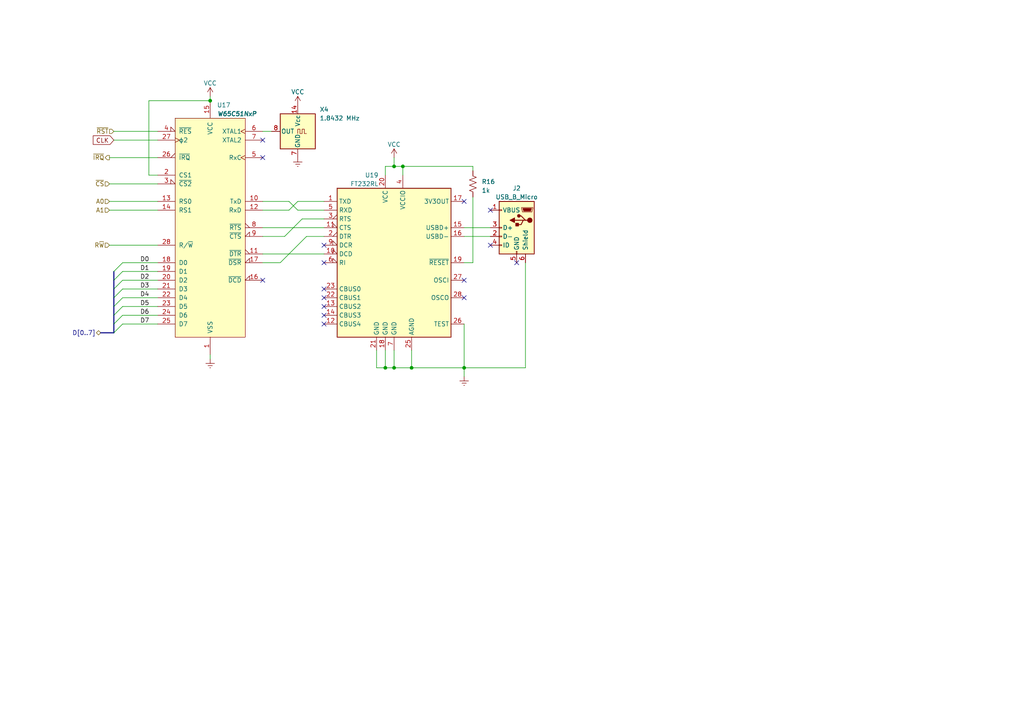
<source format=kicad_sch>
(kicad_sch (version 20230121) (generator eeschema)
  (paper "A4")
  (lib_symbols
    (symbol "65xx:W65C51NxP" (pin_names (offset 1.016))
      (property "Reference" "U" (at -10.16 33.02 0))
      (property "Value" "W65C51NxP" (at 0 0 90))
      (symbol "W65C51NxP_0_1"
        (rectangle (start -10.16 31.75) (end 10.16 -31.75) (fill (type background)))
      )
      (symbol "W65C51NxP_1_1"
        (pin power_in line (at 0 -36.83 90) (length 5.08) (name "VSS") (number "1"))
        (pin output line (at 15.24 7.62 180) (length 5.08) (name "TxD") (number "10"))
        (pin output output_low (at 15.24 -7.62 180) (length 5.08) (name "~{DTR}") (number "11"))
        (pin input line (at 15.24 5.08 180) (length 5.08) (name "RxD") (number "12"))
        (pin input line (at -15.24 7.62 0) (length 5.08) (name "RS0") (number "13"))
        (pin input line (at -15.24 5.08 0) (length 5.08) (name "RS1") (number "14"))
        (pin power_in line (at 0 36.83 270) (length 5.08) (name "VCC") (number "15"))
        (pin input input_low (at 15.24 -15.24 180) (length 5.08) (name "~{DCD}") (number "16"))
        (pin input input_low (at 15.24 -10.16 180) (length 5.08) (name "~{DSR}") (number "17"))
        (pin bidirectional line (at -15.24 -10.16 0) (length 5.08) (name "D0") (number "18"))
        (pin bidirectional line (at -15.24 -12.7 0) (length 5.08) (name "D1") (number "19"))
        (pin input line (at -15.24 15.24 0) (length 5.08) (name "CS1") (number "2"))
        (pin bidirectional line (at -15.24 -15.24 0) (length 5.08) (name "D2") (number "20"))
        (pin bidirectional line (at -15.24 -17.78 0) (length 5.08) (name "D3") (number "21"))
        (pin bidirectional line (at -15.24 -20.32 0) (length 5.08) (name "D4") (number "22"))
        (pin bidirectional line (at -15.24 -22.86 0) (length 5.08) (name "D5") (number "23"))
        (pin bidirectional line (at -15.24 -25.4 0) (length 5.08) (name "D6") (number "24"))
        (pin bidirectional line (at -15.24 -27.94 0) (length 5.08) (name "D7") (number "25"))
        (pin open_collector output_low (at -15.24 20.32 0) (length 5.08) (name "~{IRQ}") (number "26"))
        (pin input clock (at -15.24 25.4 0) (length 5.08) (name "ϕ2") (number "27"))
        (pin input line (at -15.24 -5.08 0) (length 5.08) (name "R/~{W}") (number "28"))
        (pin input input_low (at -15.24 12.7 0) (length 5.08) (name "~{CS2}") (number "3"))
        (pin input input_low (at -15.24 27.94 0) (length 5.08) (name "~{RES}") (number "4"))
        (pin bidirectional clock (at 15.24 20.32 180) (length 5.08) (name "RxC") (number "5"))
        (pin input clock (at 15.24 27.94 180) (length 5.08) (name "XTAL1") (number "6"))
        (pin output line (at 15.24 25.4 180) (length 5.08) (name "XTAL2") (number "7"))
        (pin output output_low (at 15.24 0 180) (length 5.08) (name "~{RTS}") (number "8"))
        (pin input input_low (at 15.24 -2.54 180) (length 5.08) (name "~{CTS}") (number "9"))
      )
    )
    (symbol "Connector:USB_B_Micro" (pin_names (offset 1.016))
      (property "Reference" "J" (at -5.08 11.43 0))
      (property "Value" "USB_B_Micro" (at -5.08 8.89 0))
      (symbol "USB_B_Micro_0_1"
        (rectangle (start -5.08 -7.62) (end 5.08 7.62) (stroke (width 0.254)) (fill (type background)))
        (circle (center -3.81 2.159) (radius 0.635) (stroke (width 0.254)) (fill (type outline)))
        (circle (center -0.635 3.429) (radius 0.381) (stroke (width 0.254)) (fill (type outline)))
        (rectangle (start -0.127 -7.62) (end 0.127 -6.858))
        (polyline (pts (xy -1.905 2.159) (xy 0.635 2.159)) (stroke (width 0.254)))
        (polyline (pts (xy -3.175 2.159) (xy -2.54 2.159) (xy -1.27 3.429) (xy -0.635 3.429)) (stroke (width 0.254)))
        (polyline (pts (xy -2.54 2.159) (xy -1.905 2.159) (xy -1.27 0.889) (xy 0 0.889)) (stroke (width 0.254)))
        (polyline (pts (xy 0.635 2.794) (xy 0.635 1.524) (xy 1.905 2.159) (xy 0.635 2.794)) (stroke (width 0.254)) (fill (type outline)))
        (polyline (pts (xy -4.318 5.588) (xy -1.778 5.588) (xy -2.032 4.826) (xy -4.064 4.826) (xy -4.318 5.588)) (fill (type outline)))
        (polyline (pts (xy -4.699 5.842) (xy -4.699 5.588) (xy -4.445 4.826) (xy -4.445 4.572) (xy -1.651 4.572) (xy -1.651 4.826) (xy -1.397 5.588) (xy -1.397 5.842) (xy -4.699 5.842)))
        (rectangle (start 0.254 1.27) (end -0.508 0.508) (stroke (width 0.254)) (fill (type outline)))
        (rectangle (start 5.08 -5.207) (end 4.318 -4.953))
        (rectangle (start 5.08 -2.667) (end 4.318 -2.413))
        (rectangle (start 5.08 -0.127) (end 4.318 0.127))
        (rectangle (start 5.08 4.953) (end 4.318 5.207))
      )
      (symbol "USB_B_Micro_1_1"
        (pin power_out line (at 7.62 5.08 180) (length 2.54) (name "VBUS") (number "1"))
        (pin bidirectional line (at 7.62 -2.54 180) (length 2.54) (name "D-") (number "2"))
        (pin bidirectional line (at 7.62 0 180) (length 2.54) (name "D+") (number "3"))
        (pin passive line (at 7.62 -5.08 180) (length 2.54) (name "ID") (number "4"))
        (pin power_out line (at 0 -10.16 90) (length 2.54) (name "GND") (number "5"))
        (pin passive line (at -2.54 -10.16 90) (length 2.54) (name "Shield") (number "6"))
      )
    )
    (symbol "Device:R_US" (pin_numbers hide) (pin_names (offset 0))
      (property "Reference" "R" (at 2.54 0 90))
      (property "Value" "R_US" (at -2.54 0 90))
      (symbol "R_US_0_1"
        (polyline (pts (xy 0 -2.286) (xy 0 -2.54)))
        (polyline (pts (xy 0 2.286) (xy 0 2.54)))
        (polyline (pts (xy 0 -0.762) (xy 1.016 -1.143) (xy 0 -1.524) (xy -1.016 -1.905) (xy 0 -2.286)))
        (polyline (pts (xy 0 0.762) (xy 1.016 0.381) (xy 0 0) (xy -1.016 -0.381) (xy 0 -0.762)))
        (polyline (pts (xy 0 2.286) (xy 1.016 1.905) (xy 0 1.524) (xy -1.016 1.143) (xy 0 0.762)))
      )
      (symbol "R_US_1_1"
        (pin passive line (at 0 3.81 270) (length 1.27) (name "~") (number "1"))
        (pin passive line (at 0 -3.81 90) (length 1.27) (name "~") (number "2"))
      )
    )
    (symbol "Interface_USB:FT232RL"
      (property "Reference" "U" (at -16.51 22.86 0))
      (property "Value" "FT232RL" (at 10.16 22.86 0))
      (symbol "FT232RL_0_1"
        (rectangle (start -16.51 21.59) (end 16.51 -21.59) (stroke (width 0.254)) (fill (type background)))
      )
      (symbol "FT232RL_1_1"
        (pin output line (at 20.32 17.78 180) (length 3.81) (name "TXD") (number "1"))
        (pin input input_low (at 20.32 2.54 180) (length 3.81) (name "DCD") (number "10"))
        (pin input input_low (at 20.32 10.16 180) (length 3.81) (name "CTS") (number "11"))
        (pin bidirectional line (at 20.32 -17.78 180) (length 3.81) (name "CBUS4") (number "12"))
        (pin bidirectional line (at 20.32 -12.7 180) (length 3.81) (name "CBUS2") (number "13"))
        (pin bidirectional line (at 20.32 -15.24 180) (length 3.81) (name "CBUS3") (number "14"))
        (pin bidirectional line (at -20.32 10.16 0) (length 3.81) (name "USBD+") (number "15"))
        (pin bidirectional line (at -20.32 7.62 0) (length 3.81) (name "USBD-") (number "16"))
        (pin power_out line (at -20.32 17.78 0) (length 3.81) (name "3V3OUT") (number "17"))
        (pin power_in line (at 2.54 -25.4 90) (length 3.81) (name "GND") (number "18"))
        (pin input line (at -20.32 0 0) (length 3.81) (name "~{RESET}") (number "19"))
        (pin output output_low (at 20.32 7.62 180) (length 3.81) (name "DTR") (number "2"))
        (pin power_in line (at 2.54 25.4 270) (length 3.81) (name "VCC") (number "20"))
        (pin power_in line (at 5.08 -25.4 90) (length 3.81) (name "GND") (number "21"))
        (pin bidirectional line (at 20.32 -10.16 180) (length 3.81) (name "CBUS1") (number "22"))
        (pin bidirectional line (at 20.32 -7.62 180) (length 3.81) (name "CBUS0") (number "23"))
        (pin power_in line (at -5.08 -25.4 90) (length 3.81) (name "AGND") (number "25"))
        (pin input line (at -20.32 -17.78 0) (length 3.81) (name "TEST") (number "26"))
        (pin input line (at -20.32 -5.08 0) (length 3.81) (name "OSCI") (number "27"))
        (pin output line (at -20.32 -10.16 0) (length 3.81) (name "OSCO") (number "28"))
        (pin output output_low (at 20.32 12.7 180) (length 3.81) (name "RTS") (number "3"))
        (pin power_in line (at -2.54 25.4 270) (length 3.81) (name "VCCIO") (number "4"))
        (pin input line (at 20.32 15.24 180) (length 3.81) (name "RXD") (number "5"))
        (pin input input_low (at 20.32 0 180) (length 3.81) (name "RI") (number "6"))
        (pin power_in line (at 0 -25.4 90) (length 3.81) (name "GND") (number "7"))
        (pin input input_low (at 20.32 5.08 180) (length 3.81) (name "DCR") (number "9"))
      )
    )
    (symbol "Oscillator:ACO-xxxMHz" (pin_names (offset 0.254))
      (property "Reference" "X" (at -5.08 6.35 0))
      (property "Value" "ACO-xxxMHz" (at 1.27 -6.35 0))
      (symbol "ACO-xxxMHz_0_1"
        (rectangle (start -5.08 5.08) (end 5.08 -5.08) (stroke (width 0.254)) (fill (type background)))
        (polyline (pts (xy -2.54 -0.635) (xy -1.905 -0.635) (xy -1.905 0.635) (xy -1.27 0.635) (xy -1.27 -0.635) (xy -0.635 -0.635) (xy -0.635 0.635) (xy 0 0.635) (xy 0 -0.635)))
      )
      (symbol "ACO-xxxMHz_1_1"
        (pin no_connect line (at -5.08 2.54 0) (length 2.54) hide (name "NC") (number "1"))
        (pin power_in line (at 0 7.62 270) (length 2.54) (name "Vcc") (number "14"))
        (pin power_in line (at 0 -7.62 90) (length 2.54) (name "GND") (number "7"))
        (pin output line (at 7.62 0 180) (length 2.54) (name "OUT") (number "8"))
      )
    )
    (symbol "power:Earth" (power) (pin_names (offset 0))
      (symbol "Earth_0_1"
        (polyline (pts (xy -0.635 -1.905) (xy 0.635 -1.905)))
        (polyline (pts (xy -0.127 -2.54) (xy 0.127 -2.54)))
        (polyline (pts (xy 0 -1.27) (xy 0 0)))
        (polyline (pts (xy 1.27 -1.27) (xy -1.27 -1.27)))
      )
      (symbol "Earth_1_1"
        (pin power_in line (at 0 0 270) (length 0) hide (name "Earth") (number "1"))
      )
    )
    (symbol "power:VCC" (power) (pin_names (offset 0))
      (property "Value" "VCC" (at 0 3.81 0))
      (symbol "VCC_0_1"
        (polyline (pts (xy -0.762 1.27) (xy 0 2.54)))
        (polyline (pts (xy 0 0) (xy 0 2.54)))
        (polyline (pts (xy 0 2.54) (xy 0.762 1.27)))
      )
      (symbol "VCC_1_1"
        (pin power_in line (at 0 0 90) (length 0) hide (name "VCC") (number "1"))
      )
    )
  )
  (junction (at 119.38 106.68))
  (junction (at 134.62 106.68))
  (junction (at 116.84 48.26))
  (junction (at 114.3 106.68))
  (junction (at 60.96 29.21))
  (junction (at 114.3 48.26))
  (junction (at 111.76 106.68))
  (no_connect (at 93.98 83.82))
  (no_connect (at 142.24 60.96))
  (no_connect (at 142.24 71.12))
  (no_connect (at 134.62 86.36))
  (no_connect (at 93.98 88.9))
  (no_connect (at 134.62 81.28))
  (no_connect (at 93.98 71.12))
  (no_connect (at 93.98 93.98))
  (no_connect (at 76.2 81.28))
  (no_connect (at 76.2 40.64))
  (no_connect (at 134.62 58.42))
  (no_connect (at 76.2 45.72))
  (no_connect (at 149.86 76.2))
  (no_connect (at 93.98 91.44))
  (no_connect (at 93.98 76.2))
  (no_connect (at 93.98 86.36))
  (bus_entry (at 33.02 86.36) (size 2.54 -2.54))
  (bus_entry (at 33.02 96.52) (size 2.54 -2.54))
  (bus_entry (at 33.02 81.28) (size 2.54 -2.54))
  (bus_entry (at 33.02 93.98) (size 2.54 -2.54))
  (bus_entry (at 33.02 78.74) (size 2.54 -2.54))
  (bus_entry (at 33.02 88.9) (size 2.54 -2.54))
  (bus_entry (at 33.02 83.82) (size 2.54 -2.54))
  (bus_entry (at 33.02 91.44) (size 2.54 -2.54))
  (wire (pts (xy 88.9 68.58) (xy 93.98 68.58)))
  (wire (pts (xy 35.56 86.36) (xy 45.72 86.36)))
  (wire (pts (xy 116.84 48.26) (xy 116.84 50.8)))
  (wire (pts (xy 31.75 53.34) (xy 45.72 53.34)))
  (wire (pts (xy 60.96 104.14) (xy 60.96 102.87)))
  (wire (pts (xy 81.28 76.2) (xy 88.9 68.58)))
  (wire (pts (xy 114.3 101.6) (xy 114.3 106.68)))
  (wire (pts (xy 134.62 66.04) (xy 142.24 66.04)))
  (wire (pts (xy 83.82 60.96) (xy 86.36 58.42)))
  (wire (pts (xy 114.3 48.26) (xy 111.76 48.26)))
  (wire (pts (xy 111.76 48.26) (xy 111.76 50.8)))
  (wire (pts (xy 86.36 58.42) (xy 93.98 58.42)))
  (wire (pts (xy 76.2 38.1) (xy 78.74 38.1)))
  (bus (pts (xy 33.02 88.9) (xy 33.02 91.44)))
  (bus (pts (xy 33.02 93.98) (xy 33.02 96.52)))
  (wire (pts (xy 111.76 101.6) (xy 111.76 106.68)))
  (wire (pts (xy 134.62 106.68) (xy 152.4 106.68)))
  (wire (pts (xy 35.56 88.9) (xy 45.72 88.9)))
  (wire (pts (xy 76.2 66.04) (xy 93.98 66.04)))
  (bus (pts (xy 33.02 91.44) (xy 33.02 93.98)))
  (wire (pts (xy 31.75 58.42) (xy 45.72 58.42)))
  (wire (pts (xy 83.82 58.42) (xy 86.36 60.96)))
  (wire (pts (xy 134.62 93.98) (xy 134.62 106.68)))
  (wire (pts (xy 43.18 50.8) (xy 43.18 29.21)))
  (wire (pts (xy 137.16 48.26) (xy 137.16 49.53)))
  (wire (pts (xy 31.75 71.12) (xy 45.72 71.12)))
  (wire (pts (xy 87.63 63.5) (xy 93.98 63.5)))
  (wire (pts (xy 134.62 68.58) (xy 142.24 68.58)))
  (wire (pts (xy 31.75 60.96) (xy 45.72 60.96)))
  (wire (pts (xy 35.56 76.2) (xy 45.72 76.2)))
  (wire (pts (xy 45.72 38.1) (xy 33.02 38.1)))
  (wire (pts (xy 116.84 48.26) (xy 137.16 48.26)))
  (wire (pts (xy 43.18 29.21) (xy 60.96 29.21)))
  (wire (pts (xy 152.4 76.2) (xy 152.4 106.68)))
  (wire (pts (xy 86.36 60.96) (xy 93.98 60.96)))
  (wire (pts (xy 35.56 78.74) (xy 45.72 78.74)))
  (wire (pts (xy 114.3 48.26) (xy 116.84 48.26)))
  (wire (pts (xy 35.56 91.44) (xy 45.72 91.44)))
  (wire (pts (xy 35.56 83.82) (xy 45.72 83.82)))
  (wire (pts (xy 31.75 45.72) (xy 45.72 45.72)))
  (wire (pts (xy 114.3 45.72) (xy 114.3 48.26)))
  (wire (pts (xy 35.56 81.28) (xy 45.72 81.28)))
  (wire (pts (xy 111.76 106.68) (xy 114.3 106.68)))
  (wire (pts (xy 76.2 60.96) (xy 83.82 60.96)))
  (wire (pts (xy 119.38 106.68) (xy 134.62 106.68)))
  (wire (pts (xy 109.22 101.6) (xy 109.22 106.68)))
  (wire (pts (xy 119.38 101.6) (xy 119.38 106.68)))
  (wire (pts (xy 76.2 58.42) (xy 83.82 58.42)))
  (bus (pts (xy 29.21 96.52) (xy 33.02 96.52)))
  (wire (pts (xy 60.96 27.94) (xy 60.96 29.21)))
  (bus (pts (xy 33.02 83.82) (xy 33.02 86.36)))
  (wire (pts (xy 82.55 68.58) (xy 87.63 63.5)))
  (bus (pts (xy 33.02 86.36) (xy 33.02 88.9)))
  (wire (pts (xy 45.72 40.64) (xy 33.02 40.64)))
  (wire (pts (xy 114.3 106.68) (xy 119.38 106.68)))
  (wire (pts (xy 76.2 73.66) (xy 93.98 73.66)))
  (wire (pts (xy 134.62 76.2) (xy 137.16 76.2)))
  (wire (pts (xy 76.2 68.58) (xy 82.55 68.58)))
  (wire (pts (xy 35.56 93.98) (xy 45.72 93.98)))
  (bus (pts (xy 33.02 78.74) (xy 33.02 81.28)))
  (wire (pts (xy 134.62 106.68) (xy 134.62 109.22)))
  (wire (pts (xy 109.22 106.68) (xy 111.76 106.68)))
  (wire (pts (xy 45.72 50.8) (xy 43.18 50.8)))
  (bus (pts (xy 33.02 81.28) (xy 33.02 83.82)))
  (wire (pts (xy 137.16 76.2) (xy 137.16 57.15)))
  (wire (pts (xy 76.2 76.2) (xy 81.28 76.2)))
  (label "D5" (at 40.64 88.9 0))
  (label "D2" (at 40.64 81.28 0))
  (label "D7" (at 40.64 93.98 0))
  (label "D6" (at 40.64 91.44 0))
  (label "D0" (at 40.64 76.2 0))
  (label "D1" (at 40.64 78.74 0))
  (label "D4" (at 40.64 86.36 0))
  (label "D3" (at 40.64 83.82 0))
  (global_label "CLK" (shape input) (at 33.02 40.64 180) (property "Intersheetrefs" "${INTERSHEET_REFS}" (effects hide)))
  (hierarchical_label "R~{W}" (shape input) (at 31.75 71.12 180))
  (hierarchical_label "A1" (shape input) (at 31.75 60.96 180))
  (hierarchical_label "~{CS}" (shape input) (at 31.75 53.34 180) (property "Intersheetrefs" "${INTERSHEET_REFS}" (effects hide)))
  (hierarchical_label "D[0..7]" (shape tri_state) (at 29.21 96.52 180))
  (hierarchical_label "A0" (shape input) (at 31.75 58.42 180))
  (hierarchical_label "~{IRQ}" (shape output) (at 31.75 45.72 180))
  (hierarchical_label "~{RST}" (shape input) (at 33.02 38.1 180))
  (symbol (lib_id "power:VCC") (at 114.3 45.72 0) (unit 1)
    (property "Reference" "#PWR027" (effects hide))
    (property "Value" "+5V" (at 114.3 41.91 0))
    (instances (project "rod6502" (path "" (reference "#PWR027") (unit 1)) (path "" (reference "#PWR029") (unit 1))))
  )
  (symbol (lib_id "power:Earth") (at 134.62 109.22 0) (unit 1)
    (property "Reference" "#PWR036" (effects hide))
    (property "Value" "Earth" (effects hide))
    (instances (project "rod6502" (path "" (reference "#PWR036") (unit 1)) (path "" (reference "#PWR031") (unit 1))))
  )
  (symbol (lib_id "power:Earth") (at 60.96 104.14 0) (unit 1)
    (property "Reference" "#PWR022" (effects hide))
    (property "Value" "Earth" (effects hide))
    (instances (project "rod6502" (path "" (reference "#PWR022") (unit 1)) (path "" (reference "#PWR030") (unit 1))))
  )
  (symbol (lib_id "65xx:W65C51NxP") (at 60.96 66.04 0) (unit 1)
    (property "Reference" "U17" (at 62.9159 30.48 0) (effects (justify left)))
    (property "Value" "W65C51NxP" (at 62.9159 33.02 0) (effects (font bold italic) (justify left)))
    (property "Footprint" "Package_DIP:DIP-28_W15.24mm" (effects hide))
    (property "Datasheet" "http://www.westerndesigncenter.com/wdc/documentation/w65c51n.pdf" (effects hide))
    (instances (project "rod6502" (path "" (reference "U17") (unit 1)) (path "" (reference "U11") (unit 1))))
  )
  (symbol (lib_id "power:VCC") (at 60.96 27.94 0) (unit 1)
    (property "Reference" "#PWR021" (effects hide))
    (property "Value" "+5V" (at 60.96 24.13 0))
    (instances (project "rod6502" (path "" (reference "#PWR021") (unit 1)) (path "" (reference "#PWR026") (unit 1))))
  )
  (symbol (lib_id "Interface_USB:FT232RL") (at 114.3 76.2 0) (mirror y) (unit 1)
    (property "Reference" "U19" (at 109.8041 50.8 0) (effects (justify left)))
    (property "Value" "FT232RL" (at 109.8041 53.34 0) (effects (justify left)))
    (property "Footprint" "Package_SO:SSOP-28_5.3x10.2mm_P0.65mm" (effects hide))
    (property "Datasheet" "https://www.ftdichip.com/Support/Documents/DataSheets/ICs/DS_FT232R.pdf" (effects hide))
    (instances (project "rod6502" (path "" (reference "U19") (unit 1)) (path "" (reference "U12") (unit 1))))
  )
  (symbol (lib_id "power:VCC") (at 86.36 30.48 0) (unit 1)
    (property "Reference" "#PWR025" (effects hide))
    (property "Value" "+5V" (at 86.36 26.67 0))
    (instances (project "rod6502" (path "" (reference "#PWR025") (unit 1)) (path "" (reference "#PWR027") (unit 1))))
  )
  (symbol (lib_id "power:Earth") (at 86.36 45.72 0) (unit 1)
    (property "Reference" "#PWR026" (effects hide))
    (property "Value" "Earth" (effects hide))
    (instances (project "rod6502" (path "" (reference "#PWR026") (unit 1)) (path "" (reference "#PWR028") (unit 1))))
  )
  (symbol (lib_id "Device:R_US") (at 137.16 53.34 0) (unit 1)
    (property "Reference" "R16" (at 139.7 52.705 0) (effects (justify left)))
    (property "Value" "1k" (at 139.7 55.245 0) (effects (justify left)))
    (instances (project "rod6502" (path "" (reference "R16") (unit 1)) (path "" (reference "R2") (unit 1))))
  )
  (symbol (lib_id "Connector:USB_B_Micro") (at 149.86 66.04 0) (mirror y) (unit 1)
    (property "Reference" "J2" (at 149.86 54.61 0))
    (property "Value" "USB_B_Micro" (at 149.86 57.15 0))
    (instances (project "rod6502" (path "" (reference "J2") (unit 1)) (path "" (reference "J3") (unit 1))))
  )
  (symbol (lib_id "Oscillator:ACO-xxxMHz") (at 86.36 38.1 0) (mirror y) (unit 1)
    (property "Reference" "X4" (at 92.71 31.75 0) (effects (justify right)))
    (property "Value" "1.8432 MHz" (at 92.71 34.29 0) (effects (justify right)))
    (property "Footprint" "Oscillator:Oscillator_DIP-14" (effects hide))
    (property "Datasheet" "http://www.conwin.com/datasheets/cx/cx030.pdf" (effects hide))
    (instances (project "rod6502" (path "" (reference "X4") (unit 1)) (path "" (reference "X2") (unit 1))))
  )
)
</source>
